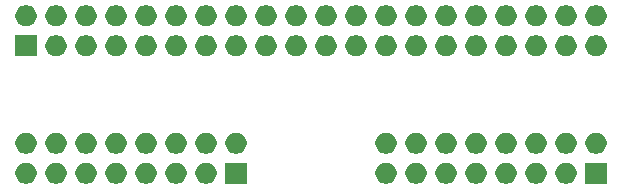
<source format=gbr>
G04 #@! TF.GenerationSoftware,KiCad,Pcbnew,(5.1.5)-3*
G04 #@! TF.CreationDate,2020-01-11T16:24:58-08:00*
G04 #@! TF.ProjectId,frame_corners,6672616d-655f-4636-9f72-6e6572732e6b,rev?*
G04 #@! TF.SameCoordinates,PXe8fce300PYe19b7798*
G04 #@! TF.FileFunction,Soldermask,Bot*
G04 #@! TF.FilePolarity,Negative*
%FSLAX46Y46*%
G04 Gerber Fmt 4.6, Leading zero omitted, Abs format (unit mm)*
G04 Created by KiCad (PCBNEW (5.1.5)-3) date 2020-01-11 16:24:58*
%MOMM*%
%LPD*%
G04 APERTURE LIST*
%ADD10C,0.100000*%
G04 APERTURE END LIST*
D10*
G36*
X51066000Y2909000D02*
G01*
X49264000Y2909000D01*
X49264000Y4711000D01*
X51066000Y4711000D01*
X51066000Y2909000D01*
G37*
G36*
X9638512Y4706073D02*
G01*
X9787812Y4676376D01*
X9951784Y4608456D01*
X10099354Y4509853D01*
X10224853Y4384354D01*
X10323456Y4236784D01*
X10391376Y4072812D01*
X10426000Y3898741D01*
X10426000Y3721259D01*
X10391376Y3547188D01*
X10323456Y3383216D01*
X10224853Y3235646D01*
X10099354Y3110147D01*
X9951784Y3011544D01*
X9787812Y2943624D01*
X9638512Y2913927D01*
X9613742Y2909000D01*
X9436258Y2909000D01*
X9411488Y2913927D01*
X9262188Y2943624D01*
X9098216Y3011544D01*
X8950646Y3110147D01*
X8825147Y3235646D01*
X8726544Y3383216D01*
X8658624Y3547188D01*
X8624000Y3721259D01*
X8624000Y3898741D01*
X8658624Y4072812D01*
X8726544Y4236784D01*
X8825147Y4384354D01*
X8950646Y4509853D01*
X9098216Y4608456D01*
X9262188Y4676376D01*
X9411488Y4706073D01*
X9436258Y4711000D01*
X9613742Y4711000D01*
X9638512Y4706073D01*
G37*
G36*
X20586000Y2909000D02*
G01*
X18784000Y2909000D01*
X18784000Y4711000D01*
X20586000Y4711000D01*
X20586000Y2909000D01*
G37*
G36*
X17258512Y4706073D02*
G01*
X17407812Y4676376D01*
X17571784Y4608456D01*
X17719354Y4509853D01*
X17844853Y4384354D01*
X17943456Y4236784D01*
X18011376Y4072812D01*
X18046000Y3898741D01*
X18046000Y3721259D01*
X18011376Y3547188D01*
X17943456Y3383216D01*
X17844853Y3235646D01*
X17719354Y3110147D01*
X17571784Y3011544D01*
X17407812Y2943624D01*
X17258512Y2913927D01*
X17233742Y2909000D01*
X17056258Y2909000D01*
X17031488Y2913927D01*
X16882188Y2943624D01*
X16718216Y3011544D01*
X16570646Y3110147D01*
X16445147Y3235646D01*
X16346544Y3383216D01*
X16278624Y3547188D01*
X16244000Y3721259D01*
X16244000Y3898741D01*
X16278624Y4072812D01*
X16346544Y4236784D01*
X16445147Y4384354D01*
X16570646Y4509853D01*
X16718216Y4608456D01*
X16882188Y4676376D01*
X17031488Y4706073D01*
X17056258Y4711000D01*
X17233742Y4711000D01*
X17258512Y4706073D01*
G37*
G36*
X14718512Y4706073D02*
G01*
X14867812Y4676376D01*
X15031784Y4608456D01*
X15179354Y4509853D01*
X15304853Y4384354D01*
X15403456Y4236784D01*
X15471376Y4072812D01*
X15506000Y3898741D01*
X15506000Y3721259D01*
X15471376Y3547188D01*
X15403456Y3383216D01*
X15304853Y3235646D01*
X15179354Y3110147D01*
X15031784Y3011544D01*
X14867812Y2943624D01*
X14718512Y2913927D01*
X14693742Y2909000D01*
X14516258Y2909000D01*
X14491488Y2913927D01*
X14342188Y2943624D01*
X14178216Y3011544D01*
X14030646Y3110147D01*
X13905147Y3235646D01*
X13806544Y3383216D01*
X13738624Y3547188D01*
X13704000Y3721259D01*
X13704000Y3898741D01*
X13738624Y4072812D01*
X13806544Y4236784D01*
X13905147Y4384354D01*
X14030646Y4509853D01*
X14178216Y4608456D01*
X14342188Y4676376D01*
X14491488Y4706073D01*
X14516258Y4711000D01*
X14693742Y4711000D01*
X14718512Y4706073D01*
G37*
G36*
X12178512Y4706073D02*
G01*
X12327812Y4676376D01*
X12491784Y4608456D01*
X12639354Y4509853D01*
X12764853Y4384354D01*
X12863456Y4236784D01*
X12931376Y4072812D01*
X12966000Y3898741D01*
X12966000Y3721259D01*
X12931376Y3547188D01*
X12863456Y3383216D01*
X12764853Y3235646D01*
X12639354Y3110147D01*
X12491784Y3011544D01*
X12327812Y2943624D01*
X12178512Y2913927D01*
X12153742Y2909000D01*
X11976258Y2909000D01*
X11951488Y2913927D01*
X11802188Y2943624D01*
X11638216Y3011544D01*
X11490646Y3110147D01*
X11365147Y3235646D01*
X11266544Y3383216D01*
X11198624Y3547188D01*
X11164000Y3721259D01*
X11164000Y3898741D01*
X11198624Y4072812D01*
X11266544Y4236784D01*
X11365147Y4384354D01*
X11490646Y4509853D01*
X11638216Y4608456D01*
X11802188Y4676376D01*
X11951488Y4706073D01*
X11976258Y4711000D01*
X12153742Y4711000D01*
X12178512Y4706073D01*
G37*
G36*
X7098512Y4706073D02*
G01*
X7247812Y4676376D01*
X7411784Y4608456D01*
X7559354Y4509853D01*
X7684853Y4384354D01*
X7783456Y4236784D01*
X7851376Y4072812D01*
X7886000Y3898741D01*
X7886000Y3721259D01*
X7851376Y3547188D01*
X7783456Y3383216D01*
X7684853Y3235646D01*
X7559354Y3110147D01*
X7411784Y3011544D01*
X7247812Y2943624D01*
X7098512Y2913927D01*
X7073742Y2909000D01*
X6896258Y2909000D01*
X6871488Y2913927D01*
X6722188Y2943624D01*
X6558216Y3011544D01*
X6410646Y3110147D01*
X6285147Y3235646D01*
X6186544Y3383216D01*
X6118624Y3547188D01*
X6084000Y3721259D01*
X6084000Y3898741D01*
X6118624Y4072812D01*
X6186544Y4236784D01*
X6285147Y4384354D01*
X6410646Y4509853D01*
X6558216Y4608456D01*
X6722188Y4676376D01*
X6871488Y4706073D01*
X6896258Y4711000D01*
X7073742Y4711000D01*
X7098512Y4706073D01*
G37*
G36*
X4558512Y4706073D02*
G01*
X4707812Y4676376D01*
X4871784Y4608456D01*
X5019354Y4509853D01*
X5144853Y4384354D01*
X5243456Y4236784D01*
X5311376Y4072812D01*
X5346000Y3898741D01*
X5346000Y3721259D01*
X5311376Y3547188D01*
X5243456Y3383216D01*
X5144853Y3235646D01*
X5019354Y3110147D01*
X4871784Y3011544D01*
X4707812Y2943624D01*
X4558512Y2913927D01*
X4533742Y2909000D01*
X4356258Y2909000D01*
X4331488Y2913927D01*
X4182188Y2943624D01*
X4018216Y3011544D01*
X3870646Y3110147D01*
X3745147Y3235646D01*
X3646544Y3383216D01*
X3578624Y3547188D01*
X3544000Y3721259D01*
X3544000Y3898741D01*
X3578624Y4072812D01*
X3646544Y4236784D01*
X3745147Y4384354D01*
X3870646Y4509853D01*
X4018216Y4608456D01*
X4182188Y4676376D01*
X4331488Y4706073D01*
X4356258Y4711000D01*
X4533742Y4711000D01*
X4558512Y4706073D01*
G37*
G36*
X2018512Y4706073D02*
G01*
X2167812Y4676376D01*
X2331784Y4608456D01*
X2479354Y4509853D01*
X2604853Y4384354D01*
X2703456Y4236784D01*
X2771376Y4072812D01*
X2806000Y3898741D01*
X2806000Y3721259D01*
X2771376Y3547188D01*
X2703456Y3383216D01*
X2604853Y3235646D01*
X2479354Y3110147D01*
X2331784Y3011544D01*
X2167812Y2943624D01*
X2018512Y2913927D01*
X1993742Y2909000D01*
X1816258Y2909000D01*
X1791488Y2913927D01*
X1642188Y2943624D01*
X1478216Y3011544D01*
X1330646Y3110147D01*
X1205147Y3235646D01*
X1106544Y3383216D01*
X1038624Y3547188D01*
X1004000Y3721259D01*
X1004000Y3898741D01*
X1038624Y4072812D01*
X1106544Y4236784D01*
X1205147Y4384354D01*
X1330646Y4509853D01*
X1478216Y4608456D01*
X1642188Y4676376D01*
X1791488Y4706073D01*
X1816258Y4711000D01*
X1993742Y4711000D01*
X2018512Y4706073D01*
G37*
G36*
X47738512Y4706073D02*
G01*
X47887812Y4676376D01*
X48051784Y4608456D01*
X48199354Y4509853D01*
X48324853Y4384354D01*
X48423456Y4236784D01*
X48491376Y4072812D01*
X48526000Y3898741D01*
X48526000Y3721259D01*
X48491376Y3547188D01*
X48423456Y3383216D01*
X48324853Y3235646D01*
X48199354Y3110147D01*
X48051784Y3011544D01*
X47887812Y2943624D01*
X47738512Y2913927D01*
X47713742Y2909000D01*
X47536258Y2909000D01*
X47511488Y2913927D01*
X47362188Y2943624D01*
X47198216Y3011544D01*
X47050646Y3110147D01*
X46925147Y3235646D01*
X46826544Y3383216D01*
X46758624Y3547188D01*
X46724000Y3721259D01*
X46724000Y3898741D01*
X46758624Y4072812D01*
X46826544Y4236784D01*
X46925147Y4384354D01*
X47050646Y4509853D01*
X47198216Y4608456D01*
X47362188Y4676376D01*
X47511488Y4706073D01*
X47536258Y4711000D01*
X47713742Y4711000D01*
X47738512Y4706073D01*
G37*
G36*
X45198512Y4706073D02*
G01*
X45347812Y4676376D01*
X45511784Y4608456D01*
X45659354Y4509853D01*
X45784853Y4384354D01*
X45883456Y4236784D01*
X45951376Y4072812D01*
X45986000Y3898741D01*
X45986000Y3721259D01*
X45951376Y3547188D01*
X45883456Y3383216D01*
X45784853Y3235646D01*
X45659354Y3110147D01*
X45511784Y3011544D01*
X45347812Y2943624D01*
X45198512Y2913927D01*
X45173742Y2909000D01*
X44996258Y2909000D01*
X44971488Y2913927D01*
X44822188Y2943624D01*
X44658216Y3011544D01*
X44510646Y3110147D01*
X44385147Y3235646D01*
X44286544Y3383216D01*
X44218624Y3547188D01*
X44184000Y3721259D01*
X44184000Y3898741D01*
X44218624Y4072812D01*
X44286544Y4236784D01*
X44385147Y4384354D01*
X44510646Y4509853D01*
X44658216Y4608456D01*
X44822188Y4676376D01*
X44971488Y4706073D01*
X44996258Y4711000D01*
X45173742Y4711000D01*
X45198512Y4706073D01*
G37*
G36*
X42658512Y4706073D02*
G01*
X42807812Y4676376D01*
X42971784Y4608456D01*
X43119354Y4509853D01*
X43244853Y4384354D01*
X43343456Y4236784D01*
X43411376Y4072812D01*
X43446000Y3898741D01*
X43446000Y3721259D01*
X43411376Y3547188D01*
X43343456Y3383216D01*
X43244853Y3235646D01*
X43119354Y3110147D01*
X42971784Y3011544D01*
X42807812Y2943624D01*
X42658512Y2913927D01*
X42633742Y2909000D01*
X42456258Y2909000D01*
X42431488Y2913927D01*
X42282188Y2943624D01*
X42118216Y3011544D01*
X41970646Y3110147D01*
X41845147Y3235646D01*
X41746544Y3383216D01*
X41678624Y3547188D01*
X41644000Y3721259D01*
X41644000Y3898741D01*
X41678624Y4072812D01*
X41746544Y4236784D01*
X41845147Y4384354D01*
X41970646Y4509853D01*
X42118216Y4608456D01*
X42282188Y4676376D01*
X42431488Y4706073D01*
X42456258Y4711000D01*
X42633742Y4711000D01*
X42658512Y4706073D01*
G37*
G36*
X40118512Y4706073D02*
G01*
X40267812Y4676376D01*
X40431784Y4608456D01*
X40579354Y4509853D01*
X40704853Y4384354D01*
X40803456Y4236784D01*
X40871376Y4072812D01*
X40906000Y3898741D01*
X40906000Y3721259D01*
X40871376Y3547188D01*
X40803456Y3383216D01*
X40704853Y3235646D01*
X40579354Y3110147D01*
X40431784Y3011544D01*
X40267812Y2943624D01*
X40118512Y2913927D01*
X40093742Y2909000D01*
X39916258Y2909000D01*
X39891488Y2913927D01*
X39742188Y2943624D01*
X39578216Y3011544D01*
X39430646Y3110147D01*
X39305147Y3235646D01*
X39206544Y3383216D01*
X39138624Y3547188D01*
X39104000Y3721259D01*
X39104000Y3898741D01*
X39138624Y4072812D01*
X39206544Y4236784D01*
X39305147Y4384354D01*
X39430646Y4509853D01*
X39578216Y4608456D01*
X39742188Y4676376D01*
X39891488Y4706073D01*
X39916258Y4711000D01*
X40093742Y4711000D01*
X40118512Y4706073D01*
G37*
G36*
X37578512Y4706073D02*
G01*
X37727812Y4676376D01*
X37891784Y4608456D01*
X38039354Y4509853D01*
X38164853Y4384354D01*
X38263456Y4236784D01*
X38331376Y4072812D01*
X38366000Y3898741D01*
X38366000Y3721259D01*
X38331376Y3547188D01*
X38263456Y3383216D01*
X38164853Y3235646D01*
X38039354Y3110147D01*
X37891784Y3011544D01*
X37727812Y2943624D01*
X37578512Y2913927D01*
X37553742Y2909000D01*
X37376258Y2909000D01*
X37351488Y2913927D01*
X37202188Y2943624D01*
X37038216Y3011544D01*
X36890646Y3110147D01*
X36765147Y3235646D01*
X36666544Y3383216D01*
X36598624Y3547188D01*
X36564000Y3721259D01*
X36564000Y3898741D01*
X36598624Y4072812D01*
X36666544Y4236784D01*
X36765147Y4384354D01*
X36890646Y4509853D01*
X37038216Y4608456D01*
X37202188Y4676376D01*
X37351488Y4706073D01*
X37376258Y4711000D01*
X37553742Y4711000D01*
X37578512Y4706073D01*
G37*
G36*
X35038512Y4706073D02*
G01*
X35187812Y4676376D01*
X35351784Y4608456D01*
X35499354Y4509853D01*
X35624853Y4384354D01*
X35723456Y4236784D01*
X35791376Y4072812D01*
X35826000Y3898741D01*
X35826000Y3721259D01*
X35791376Y3547188D01*
X35723456Y3383216D01*
X35624853Y3235646D01*
X35499354Y3110147D01*
X35351784Y3011544D01*
X35187812Y2943624D01*
X35038512Y2913927D01*
X35013742Y2909000D01*
X34836258Y2909000D01*
X34811488Y2913927D01*
X34662188Y2943624D01*
X34498216Y3011544D01*
X34350646Y3110147D01*
X34225147Y3235646D01*
X34126544Y3383216D01*
X34058624Y3547188D01*
X34024000Y3721259D01*
X34024000Y3898741D01*
X34058624Y4072812D01*
X34126544Y4236784D01*
X34225147Y4384354D01*
X34350646Y4509853D01*
X34498216Y4608456D01*
X34662188Y4676376D01*
X34811488Y4706073D01*
X34836258Y4711000D01*
X35013742Y4711000D01*
X35038512Y4706073D01*
G37*
G36*
X32498512Y4706073D02*
G01*
X32647812Y4676376D01*
X32811784Y4608456D01*
X32959354Y4509853D01*
X33084853Y4384354D01*
X33183456Y4236784D01*
X33251376Y4072812D01*
X33286000Y3898741D01*
X33286000Y3721259D01*
X33251376Y3547188D01*
X33183456Y3383216D01*
X33084853Y3235646D01*
X32959354Y3110147D01*
X32811784Y3011544D01*
X32647812Y2943624D01*
X32498512Y2913927D01*
X32473742Y2909000D01*
X32296258Y2909000D01*
X32271488Y2913927D01*
X32122188Y2943624D01*
X31958216Y3011544D01*
X31810646Y3110147D01*
X31685147Y3235646D01*
X31586544Y3383216D01*
X31518624Y3547188D01*
X31484000Y3721259D01*
X31484000Y3898741D01*
X31518624Y4072812D01*
X31586544Y4236784D01*
X31685147Y4384354D01*
X31810646Y4509853D01*
X31958216Y4608456D01*
X32122188Y4676376D01*
X32271488Y4706073D01*
X32296258Y4711000D01*
X32473742Y4711000D01*
X32498512Y4706073D01*
G37*
G36*
X40118512Y7246073D02*
G01*
X40267812Y7216376D01*
X40431784Y7148456D01*
X40579354Y7049853D01*
X40704853Y6924354D01*
X40803456Y6776784D01*
X40871376Y6612812D01*
X40906000Y6438741D01*
X40906000Y6261259D01*
X40871376Y6087188D01*
X40803456Y5923216D01*
X40704853Y5775646D01*
X40579354Y5650147D01*
X40431784Y5551544D01*
X40267812Y5483624D01*
X40118512Y5453927D01*
X40093742Y5449000D01*
X39916258Y5449000D01*
X39891488Y5453927D01*
X39742188Y5483624D01*
X39578216Y5551544D01*
X39430646Y5650147D01*
X39305147Y5775646D01*
X39206544Y5923216D01*
X39138624Y6087188D01*
X39104000Y6261259D01*
X39104000Y6438741D01*
X39138624Y6612812D01*
X39206544Y6776784D01*
X39305147Y6924354D01*
X39430646Y7049853D01*
X39578216Y7148456D01*
X39742188Y7216376D01*
X39891488Y7246073D01*
X39916258Y7251000D01*
X40093742Y7251000D01*
X40118512Y7246073D01*
G37*
G36*
X4558512Y7246073D02*
G01*
X4707812Y7216376D01*
X4871784Y7148456D01*
X5019354Y7049853D01*
X5144853Y6924354D01*
X5243456Y6776784D01*
X5311376Y6612812D01*
X5346000Y6438741D01*
X5346000Y6261259D01*
X5311376Y6087188D01*
X5243456Y5923216D01*
X5144853Y5775646D01*
X5019354Y5650147D01*
X4871784Y5551544D01*
X4707812Y5483624D01*
X4558512Y5453927D01*
X4533742Y5449000D01*
X4356258Y5449000D01*
X4331488Y5453927D01*
X4182188Y5483624D01*
X4018216Y5551544D01*
X3870646Y5650147D01*
X3745147Y5775646D01*
X3646544Y5923216D01*
X3578624Y6087188D01*
X3544000Y6261259D01*
X3544000Y6438741D01*
X3578624Y6612812D01*
X3646544Y6776784D01*
X3745147Y6924354D01*
X3870646Y7049853D01*
X4018216Y7148456D01*
X4182188Y7216376D01*
X4331488Y7246073D01*
X4356258Y7251000D01*
X4533742Y7251000D01*
X4558512Y7246073D01*
G37*
G36*
X2018512Y7246073D02*
G01*
X2167812Y7216376D01*
X2331784Y7148456D01*
X2479354Y7049853D01*
X2604853Y6924354D01*
X2703456Y6776784D01*
X2771376Y6612812D01*
X2806000Y6438741D01*
X2806000Y6261259D01*
X2771376Y6087188D01*
X2703456Y5923216D01*
X2604853Y5775646D01*
X2479354Y5650147D01*
X2331784Y5551544D01*
X2167812Y5483624D01*
X2018512Y5453927D01*
X1993742Y5449000D01*
X1816258Y5449000D01*
X1791488Y5453927D01*
X1642188Y5483624D01*
X1478216Y5551544D01*
X1330646Y5650147D01*
X1205147Y5775646D01*
X1106544Y5923216D01*
X1038624Y6087188D01*
X1004000Y6261259D01*
X1004000Y6438741D01*
X1038624Y6612812D01*
X1106544Y6776784D01*
X1205147Y6924354D01*
X1330646Y7049853D01*
X1478216Y7148456D01*
X1642188Y7216376D01*
X1791488Y7246073D01*
X1816258Y7251000D01*
X1993742Y7251000D01*
X2018512Y7246073D01*
G37*
G36*
X9638512Y7246073D02*
G01*
X9787812Y7216376D01*
X9951784Y7148456D01*
X10099354Y7049853D01*
X10224853Y6924354D01*
X10323456Y6776784D01*
X10391376Y6612812D01*
X10426000Y6438741D01*
X10426000Y6261259D01*
X10391376Y6087188D01*
X10323456Y5923216D01*
X10224853Y5775646D01*
X10099354Y5650147D01*
X9951784Y5551544D01*
X9787812Y5483624D01*
X9638512Y5453927D01*
X9613742Y5449000D01*
X9436258Y5449000D01*
X9411488Y5453927D01*
X9262188Y5483624D01*
X9098216Y5551544D01*
X8950646Y5650147D01*
X8825147Y5775646D01*
X8726544Y5923216D01*
X8658624Y6087188D01*
X8624000Y6261259D01*
X8624000Y6438741D01*
X8658624Y6612812D01*
X8726544Y6776784D01*
X8825147Y6924354D01*
X8950646Y7049853D01*
X9098216Y7148456D01*
X9262188Y7216376D01*
X9411488Y7246073D01*
X9436258Y7251000D01*
X9613742Y7251000D01*
X9638512Y7246073D01*
G37*
G36*
X50278512Y7246073D02*
G01*
X50427812Y7216376D01*
X50591784Y7148456D01*
X50739354Y7049853D01*
X50864853Y6924354D01*
X50963456Y6776784D01*
X51031376Y6612812D01*
X51066000Y6438741D01*
X51066000Y6261259D01*
X51031376Y6087188D01*
X50963456Y5923216D01*
X50864853Y5775646D01*
X50739354Y5650147D01*
X50591784Y5551544D01*
X50427812Y5483624D01*
X50278512Y5453927D01*
X50253742Y5449000D01*
X50076258Y5449000D01*
X50051488Y5453927D01*
X49902188Y5483624D01*
X49738216Y5551544D01*
X49590646Y5650147D01*
X49465147Y5775646D01*
X49366544Y5923216D01*
X49298624Y6087188D01*
X49264000Y6261259D01*
X49264000Y6438741D01*
X49298624Y6612812D01*
X49366544Y6776784D01*
X49465147Y6924354D01*
X49590646Y7049853D01*
X49738216Y7148456D01*
X49902188Y7216376D01*
X50051488Y7246073D01*
X50076258Y7251000D01*
X50253742Y7251000D01*
X50278512Y7246073D01*
G37*
G36*
X32498512Y7246073D02*
G01*
X32647812Y7216376D01*
X32811784Y7148456D01*
X32959354Y7049853D01*
X33084853Y6924354D01*
X33183456Y6776784D01*
X33251376Y6612812D01*
X33286000Y6438741D01*
X33286000Y6261259D01*
X33251376Y6087188D01*
X33183456Y5923216D01*
X33084853Y5775646D01*
X32959354Y5650147D01*
X32811784Y5551544D01*
X32647812Y5483624D01*
X32498512Y5453927D01*
X32473742Y5449000D01*
X32296258Y5449000D01*
X32271488Y5453927D01*
X32122188Y5483624D01*
X31958216Y5551544D01*
X31810646Y5650147D01*
X31685147Y5775646D01*
X31586544Y5923216D01*
X31518624Y6087188D01*
X31484000Y6261259D01*
X31484000Y6438741D01*
X31518624Y6612812D01*
X31586544Y6776784D01*
X31685147Y6924354D01*
X31810646Y7049853D01*
X31958216Y7148456D01*
X32122188Y7216376D01*
X32271488Y7246073D01*
X32296258Y7251000D01*
X32473742Y7251000D01*
X32498512Y7246073D01*
G37*
G36*
X47738512Y7246073D02*
G01*
X47887812Y7216376D01*
X48051784Y7148456D01*
X48199354Y7049853D01*
X48324853Y6924354D01*
X48423456Y6776784D01*
X48491376Y6612812D01*
X48526000Y6438741D01*
X48526000Y6261259D01*
X48491376Y6087188D01*
X48423456Y5923216D01*
X48324853Y5775646D01*
X48199354Y5650147D01*
X48051784Y5551544D01*
X47887812Y5483624D01*
X47738512Y5453927D01*
X47713742Y5449000D01*
X47536258Y5449000D01*
X47511488Y5453927D01*
X47362188Y5483624D01*
X47198216Y5551544D01*
X47050646Y5650147D01*
X46925147Y5775646D01*
X46826544Y5923216D01*
X46758624Y6087188D01*
X46724000Y6261259D01*
X46724000Y6438741D01*
X46758624Y6612812D01*
X46826544Y6776784D01*
X46925147Y6924354D01*
X47050646Y7049853D01*
X47198216Y7148456D01*
X47362188Y7216376D01*
X47511488Y7246073D01*
X47536258Y7251000D01*
X47713742Y7251000D01*
X47738512Y7246073D01*
G37*
G36*
X12178512Y7246073D02*
G01*
X12327812Y7216376D01*
X12491784Y7148456D01*
X12639354Y7049853D01*
X12764853Y6924354D01*
X12863456Y6776784D01*
X12931376Y6612812D01*
X12966000Y6438741D01*
X12966000Y6261259D01*
X12931376Y6087188D01*
X12863456Y5923216D01*
X12764853Y5775646D01*
X12639354Y5650147D01*
X12491784Y5551544D01*
X12327812Y5483624D01*
X12178512Y5453927D01*
X12153742Y5449000D01*
X11976258Y5449000D01*
X11951488Y5453927D01*
X11802188Y5483624D01*
X11638216Y5551544D01*
X11490646Y5650147D01*
X11365147Y5775646D01*
X11266544Y5923216D01*
X11198624Y6087188D01*
X11164000Y6261259D01*
X11164000Y6438741D01*
X11198624Y6612812D01*
X11266544Y6776784D01*
X11365147Y6924354D01*
X11490646Y7049853D01*
X11638216Y7148456D01*
X11802188Y7216376D01*
X11951488Y7246073D01*
X11976258Y7251000D01*
X12153742Y7251000D01*
X12178512Y7246073D01*
G37*
G36*
X42658512Y7246073D02*
G01*
X42807812Y7216376D01*
X42971784Y7148456D01*
X43119354Y7049853D01*
X43244853Y6924354D01*
X43343456Y6776784D01*
X43411376Y6612812D01*
X43446000Y6438741D01*
X43446000Y6261259D01*
X43411376Y6087188D01*
X43343456Y5923216D01*
X43244853Y5775646D01*
X43119354Y5650147D01*
X42971784Y5551544D01*
X42807812Y5483624D01*
X42658512Y5453927D01*
X42633742Y5449000D01*
X42456258Y5449000D01*
X42431488Y5453927D01*
X42282188Y5483624D01*
X42118216Y5551544D01*
X41970646Y5650147D01*
X41845147Y5775646D01*
X41746544Y5923216D01*
X41678624Y6087188D01*
X41644000Y6261259D01*
X41644000Y6438741D01*
X41678624Y6612812D01*
X41746544Y6776784D01*
X41845147Y6924354D01*
X41970646Y7049853D01*
X42118216Y7148456D01*
X42282188Y7216376D01*
X42431488Y7246073D01*
X42456258Y7251000D01*
X42633742Y7251000D01*
X42658512Y7246073D01*
G37*
G36*
X14718512Y7246073D02*
G01*
X14867812Y7216376D01*
X15031784Y7148456D01*
X15179354Y7049853D01*
X15304853Y6924354D01*
X15403456Y6776784D01*
X15471376Y6612812D01*
X15506000Y6438741D01*
X15506000Y6261259D01*
X15471376Y6087188D01*
X15403456Y5923216D01*
X15304853Y5775646D01*
X15179354Y5650147D01*
X15031784Y5551544D01*
X14867812Y5483624D01*
X14718512Y5453927D01*
X14693742Y5449000D01*
X14516258Y5449000D01*
X14491488Y5453927D01*
X14342188Y5483624D01*
X14178216Y5551544D01*
X14030646Y5650147D01*
X13905147Y5775646D01*
X13806544Y5923216D01*
X13738624Y6087188D01*
X13704000Y6261259D01*
X13704000Y6438741D01*
X13738624Y6612812D01*
X13806544Y6776784D01*
X13905147Y6924354D01*
X14030646Y7049853D01*
X14178216Y7148456D01*
X14342188Y7216376D01*
X14491488Y7246073D01*
X14516258Y7251000D01*
X14693742Y7251000D01*
X14718512Y7246073D01*
G37*
G36*
X45198512Y7246073D02*
G01*
X45347812Y7216376D01*
X45511784Y7148456D01*
X45659354Y7049853D01*
X45784853Y6924354D01*
X45883456Y6776784D01*
X45951376Y6612812D01*
X45986000Y6438741D01*
X45986000Y6261259D01*
X45951376Y6087188D01*
X45883456Y5923216D01*
X45784853Y5775646D01*
X45659354Y5650147D01*
X45511784Y5551544D01*
X45347812Y5483624D01*
X45198512Y5453927D01*
X45173742Y5449000D01*
X44996258Y5449000D01*
X44971488Y5453927D01*
X44822188Y5483624D01*
X44658216Y5551544D01*
X44510646Y5650147D01*
X44385147Y5775646D01*
X44286544Y5923216D01*
X44218624Y6087188D01*
X44184000Y6261259D01*
X44184000Y6438741D01*
X44218624Y6612812D01*
X44286544Y6776784D01*
X44385147Y6924354D01*
X44510646Y7049853D01*
X44658216Y7148456D01*
X44822188Y7216376D01*
X44971488Y7246073D01*
X44996258Y7251000D01*
X45173742Y7251000D01*
X45198512Y7246073D01*
G37*
G36*
X37578512Y7246073D02*
G01*
X37727812Y7216376D01*
X37891784Y7148456D01*
X38039354Y7049853D01*
X38164853Y6924354D01*
X38263456Y6776784D01*
X38331376Y6612812D01*
X38366000Y6438741D01*
X38366000Y6261259D01*
X38331376Y6087188D01*
X38263456Y5923216D01*
X38164853Y5775646D01*
X38039354Y5650147D01*
X37891784Y5551544D01*
X37727812Y5483624D01*
X37578512Y5453927D01*
X37553742Y5449000D01*
X37376258Y5449000D01*
X37351488Y5453927D01*
X37202188Y5483624D01*
X37038216Y5551544D01*
X36890646Y5650147D01*
X36765147Y5775646D01*
X36666544Y5923216D01*
X36598624Y6087188D01*
X36564000Y6261259D01*
X36564000Y6438741D01*
X36598624Y6612812D01*
X36666544Y6776784D01*
X36765147Y6924354D01*
X36890646Y7049853D01*
X37038216Y7148456D01*
X37202188Y7216376D01*
X37351488Y7246073D01*
X37376258Y7251000D01*
X37553742Y7251000D01*
X37578512Y7246073D01*
G37*
G36*
X17258512Y7246073D02*
G01*
X17407812Y7216376D01*
X17571784Y7148456D01*
X17719354Y7049853D01*
X17844853Y6924354D01*
X17943456Y6776784D01*
X18011376Y6612812D01*
X18046000Y6438741D01*
X18046000Y6261259D01*
X18011376Y6087188D01*
X17943456Y5923216D01*
X17844853Y5775646D01*
X17719354Y5650147D01*
X17571784Y5551544D01*
X17407812Y5483624D01*
X17258512Y5453927D01*
X17233742Y5449000D01*
X17056258Y5449000D01*
X17031488Y5453927D01*
X16882188Y5483624D01*
X16718216Y5551544D01*
X16570646Y5650147D01*
X16445147Y5775646D01*
X16346544Y5923216D01*
X16278624Y6087188D01*
X16244000Y6261259D01*
X16244000Y6438741D01*
X16278624Y6612812D01*
X16346544Y6776784D01*
X16445147Y6924354D01*
X16570646Y7049853D01*
X16718216Y7148456D01*
X16882188Y7216376D01*
X17031488Y7246073D01*
X17056258Y7251000D01*
X17233742Y7251000D01*
X17258512Y7246073D01*
G37*
G36*
X35038512Y7246073D02*
G01*
X35187812Y7216376D01*
X35351784Y7148456D01*
X35499354Y7049853D01*
X35624853Y6924354D01*
X35723456Y6776784D01*
X35791376Y6612812D01*
X35826000Y6438741D01*
X35826000Y6261259D01*
X35791376Y6087188D01*
X35723456Y5923216D01*
X35624853Y5775646D01*
X35499354Y5650147D01*
X35351784Y5551544D01*
X35187812Y5483624D01*
X35038512Y5453927D01*
X35013742Y5449000D01*
X34836258Y5449000D01*
X34811488Y5453927D01*
X34662188Y5483624D01*
X34498216Y5551544D01*
X34350646Y5650147D01*
X34225147Y5775646D01*
X34126544Y5923216D01*
X34058624Y6087188D01*
X34024000Y6261259D01*
X34024000Y6438741D01*
X34058624Y6612812D01*
X34126544Y6776784D01*
X34225147Y6924354D01*
X34350646Y7049853D01*
X34498216Y7148456D01*
X34662188Y7216376D01*
X34811488Y7246073D01*
X34836258Y7251000D01*
X35013742Y7251000D01*
X35038512Y7246073D01*
G37*
G36*
X7098512Y7246073D02*
G01*
X7247812Y7216376D01*
X7411784Y7148456D01*
X7559354Y7049853D01*
X7684853Y6924354D01*
X7783456Y6776784D01*
X7851376Y6612812D01*
X7886000Y6438741D01*
X7886000Y6261259D01*
X7851376Y6087188D01*
X7783456Y5923216D01*
X7684853Y5775646D01*
X7559354Y5650147D01*
X7411784Y5551544D01*
X7247812Y5483624D01*
X7098512Y5453927D01*
X7073742Y5449000D01*
X6896258Y5449000D01*
X6871488Y5453927D01*
X6722188Y5483624D01*
X6558216Y5551544D01*
X6410646Y5650147D01*
X6285147Y5775646D01*
X6186544Y5923216D01*
X6118624Y6087188D01*
X6084000Y6261259D01*
X6084000Y6438741D01*
X6118624Y6612812D01*
X6186544Y6776784D01*
X6285147Y6924354D01*
X6410646Y7049853D01*
X6558216Y7148456D01*
X6722188Y7216376D01*
X6871488Y7246073D01*
X6896258Y7251000D01*
X7073742Y7251000D01*
X7098512Y7246073D01*
G37*
G36*
X19798512Y7246073D02*
G01*
X19947812Y7216376D01*
X20111784Y7148456D01*
X20259354Y7049853D01*
X20384853Y6924354D01*
X20483456Y6776784D01*
X20551376Y6612812D01*
X20586000Y6438741D01*
X20586000Y6261259D01*
X20551376Y6087188D01*
X20483456Y5923216D01*
X20384853Y5775646D01*
X20259354Y5650147D01*
X20111784Y5551544D01*
X19947812Y5483624D01*
X19798512Y5453927D01*
X19773742Y5449000D01*
X19596258Y5449000D01*
X19571488Y5453927D01*
X19422188Y5483624D01*
X19258216Y5551544D01*
X19110646Y5650147D01*
X18985147Y5775646D01*
X18886544Y5923216D01*
X18818624Y6087188D01*
X18784000Y6261259D01*
X18784000Y6438741D01*
X18818624Y6612812D01*
X18886544Y6776784D01*
X18985147Y6924354D01*
X19110646Y7049853D01*
X19258216Y7148456D01*
X19422188Y7216376D01*
X19571488Y7246073D01*
X19596258Y7251000D01*
X19773742Y7251000D01*
X19798512Y7246073D01*
G37*
G36*
X2806000Y13704000D02*
G01*
X1004000Y13704000D01*
X1004000Y15506000D01*
X2806000Y15506000D01*
X2806000Y13704000D01*
G37*
G36*
X27418512Y15501073D02*
G01*
X27567812Y15471376D01*
X27731784Y15403456D01*
X27879354Y15304853D01*
X28004853Y15179354D01*
X28103456Y15031784D01*
X28171376Y14867812D01*
X28206000Y14693741D01*
X28206000Y14516259D01*
X28171376Y14342188D01*
X28103456Y14178216D01*
X28004853Y14030646D01*
X27879354Y13905147D01*
X27731784Y13806544D01*
X27567812Y13738624D01*
X27418512Y13708927D01*
X27393742Y13704000D01*
X27216258Y13704000D01*
X27191488Y13708927D01*
X27042188Y13738624D01*
X26878216Y13806544D01*
X26730646Y13905147D01*
X26605147Y14030646D01*
X26506544Y14178216D01*
X26438624Y14342188D01*
X26404000Y14516259D01*
X26404000Y14693741D01*
X26438624Y14867812D01*
X26506544Y15031784D01*
X26605147Y15179354D01*
X26730646Y15304853D01*
X26878216Y15403456D01*
X27042188Y15471376D01*
X27191488Y15501073D01*
X27216258Y15506000D01*
X27393742Y15506000D01*
X27418512Y15501073D01*
G37*
G36*
X29958512Y15501073D02*
G01*
X30107812Y15471376D01*
X30271784Y15403456D01*
X30419354Y15304853D01*
X30544853Y15179354D01*
X30643456Y15031784D01*
X30711376Y14867812D01*
X30746000Y14693741D01*
X30746000Y14516259D01*
X30711376Y14342188D01*
X30643456Y14178216D01*
X30544853Y14030646D01*
X30419354Y13905147D01*
X30271784Y13806544D01*
X30107812Y13738624D01*
X29958512Y13708927D01*
X29933742Y13704000D01*
X29756258Y13704000D01*
X29731488Y13708927D01*
X29582188Y13738624D01*
X29418216Y13806544D01*
X29270646Y13905147D01*
X29145147Y14030646D01*
X29046544Y14178216D01*
X28978624Y14342188D01*
X28944000Y14516259D01*
X28944000Y14693741D01*
X28978624Y14867812D01*
X29046544Y15031784D01*
X29145147Y15179354D01*
X29270646Y15304853D01*
X29418216Y15403456D01*
X29582188Y15471376D01*
X29731488Y15501073D01*
X29756258Y15506000D01*
X29933742Y15506000D01*
X29958512Y15501073D01*
G37*
G36*
X32498512Y15501073D02*
G01*
X32647812Y15471376D01*
X32811784Y15403456D01*
X32959354Y15304853D01*
X33084853Y15179354D01*
X33183456Y15031784D01*
X33251376Y14867812D01*
X33286000Y14693741D01*
X33286000Y14516259D01*
X33251376Y14342188D01*
X33183456Y14178216D01*
X33084853Y14030646D01*
X32959354Y13905147D01*
X32811784Y13806544D01*
X32647812Y13738624D01*
X32498512Y13708927D01*
X32473742Y13704000D01*
X32296258Y13704000D01*
X32271488Y13708927D01*
X32122188Y13738624D01*
X31958216Y13806544D01*
X31810646Y13905147D01*
X31685147Y14030646D01*
X31586544Y14178216D01*
X31518624Y14342188D01*
X31484000Y14516259D01*
X31484000Y14693741D01*
X31518624Y14867812D01*
X31586544Y15031784D01*
X31685147Y15179354D01*
X31810646Y15304853D01*
X31958216Y15403456D01*
X32122188Y15471376D01*
X32271488Y15501073D01*
X32296258Y15506000D01*
X32473742Y15506000D01*
X32498512Y15501073D01*
G37*
G36*
X35038512Y15501073D02*
G01*
X35187812Y15471376D01*
X35351784Y15403456D01*
X35499354Y15304853D01*
X35624853Y15179354D01*
X35723456Y15031784D01*
X35791376Y14867812D01*
X35826000Y14693741D01*
X35826000Y14516259D01*
X35791376Y14342188D01*
X35723456Y14178216D01*
X35624853Y14030646D01*
X35499354Y13905147D01*
X35351784Y13806544D01*
X35187812Y13738624D01*
X35038512Y13708927D01*
X35013742Y13704000D01*
X34836258Y13704000D01*
X34811488Y13708927D01*
X34662188Y13738624D01*
X34498216Y13806544D01*
X34350646Y13905147D01*
X34225147Y14030646D01*
X34126544Y14178216D01*
X34058624Y14342188D01*
X34024000Y14516259D01*
X34024000Y14693741D01*
X34058624Y14867812D01*
X34126544Y15031784D01*
X34225147Y15179354D01*
X34350646Y15304853D01*
X34498216Y15403456D01*
X34662188Y15471376D01*
X34811488Y15501073D01*
X34836258Y15506000D01*
X35013742Y15506000D01*
X35038512Y15501073D01*
G37*
G36*
X37578512Y15501073D02*
G01*
X37727812Y15471376D01*
X37891784Y15403456D01*
X38039354Y15304853D01*
X38164853Y15179354D01*
X38263456Y15031784D01*
X38331376Y14867812D01*
X38366000Y14693741D01*
X38366000Y14516259D01*
X38331376Y14342188D01*
X38263456Y14178216D01*
X38164853Y14030646D01*
X38039354Y13905147D01*
X37891784Y13806544D01*
X37727812Y13738624D01*
X37578512Y13708927D01*
X37553742Y13704000D01*
X37376258Y13704000D01*
X37351488Y13708927D01*
X37202188Y13738624D01*
X37038216Y13806544D01*
X36890646Y13905147D01*
X36765147Y14030646D01*
X36666544Y14178216D01*
X36598624Y14342188D01*
X36564000Y14516259D01*
X36564000Y14693741D01*
X36598624Y14867812D01*
X36666544Y15031784D01*
X36765147Y15179354D01*
X36890646Y15304853D01*
X37038216Y15403456D01*
X37202188Y15471376D01*
X37351488Y15501073D01*
X37376258Y15506000D01*
X37553742Y15506000D01*
X37578512Y15501073D01*
G37*
G36*
X40118512Y15501073D02*
G01*
X40267812Y15471376D01*
X40431784Y15403456D01*
X40579354Y15304853D01*
X40704853Y15179354D01*
X40803456Y15031784D01*
X40871376Y14867812D01*
X40906000Y14693741D01*
X40906000Y14516259D01*
X40871376Y14342188D01*
X40803456Y14178216D01*
X40704853Y14030646D01*
X40579354Y13905147D01*
X40431784Y13806544D01*
X40267812Y13738624D01*
X40118512Y13708927D01*
X40093742Y13704000D01*
X39916258Y13704000D01*
X39891488Y13708927D01*
X39742188Y13738624D01*
X39578216Y13806544D01*
X39430646Y13905147D01*
X39305147Y14030646D01*
X39206544Y14178216D01*
X39138624Y14342188D01*
X39104000Y14516259D01*
X39104000Y14693741D01*
X39138624Y14867812D01*
X39206544Y15031784D01*
X39305147Y15179354D01*
X39430646Y15304853D01*
X39578216Y15403456D01*
X39742188Y15471376D01*
X39891488Y15501073D01*
X39916258Y15506000D01*
X40093742Y15506000D01*
X40118512Y15501073D01*
G37*
G36*
X42658512Y15501073D02*
G01*
X42807812Y15471376D01*
X42971784Y15403456D01*
X43119354Y15304853D01*
X43244853Y15179354D01*
X43343456Y15031784D01*
X43411376Y14867812D01*
X43446000Y14693741D01*
X43446000Y14516259D01*
X43411376Y14342188D01*
X43343456Y14178216D01*
X43244853Y14030646D01*
X43119354Y13905147D01*
X42971784Y13806544D01*
X42807812Y13738624D01*
X42658512Y13708927D01*
X42633742Y13704000D01*
X42456258Y13704000D01*
X42431488Y13708927D01*
X42282188Y13738624D01*
X42118216Y13806544D01*
X41970646Y13905147D01*
X41845147Y14030646D01*
X41746544Y14178216D01*
X41678624Y14342188D01*
X41644000Y14516259D01*
X41644000Y14693741D01*
X41678624Y14867812D01*
X41746544Y15031784D01*
X41845147Y15179354D01*
X41970646Y15304853D01*
X42118216Y15403456D01*
X42282188Y15471376D01*
X42431488Y15501073D01*
X42456258Y15506000D01*
X42633742Y15506000D01*
X42658512Y15501073D01*
G37*
G36*
X45198512Y15501073D02*
G01*
X45347812Y15471376D01*
X45511784Y15403456D01*
X45659354Y15304853D01*
X45784853Y15179354D01*
X45883456Y15031784D01*
X45951376Y14867812D01*
X45986000Y14693741D01*
X45986000Y14516259D01*
X45951376Y14342188D01*
X45883456Y14178216D01*
X45784853Y14030646D01*
X45659354Y13905147D01*
X45511784Y13806544D01*
X45347812Y13738624D01*
X45198512Y13708927D01*
X45173742Y13704000D01*
X44996258Y13704000D01*
X44971488Y13708927D01*
X44822188Y13738624D01*
X44658216Y13806544D01*
X44510646Y13905147D01*
X44385147Y14030646D01*
X44286544Y14178216D01*
X44218624Y14342188D01*
X44184000Y14516259D01*
X44184000Y14693741D01*
X44218624Y14867812D01*
X44286544Y15031784D01*
X44385147Y15179354D01*
X44510646Y15304853D01*
X44658216Y15403456D01*
X44822188Y15471376D01*
X44971488Y15501073D01*
X44996258Y15506000D01*
X45173742Y15506000D01*
X45198512Y15501073D01*
G37*
G36*
X4558512Y15501073D02*
G01*
X4707812Y15471376D01*
X4871784Y15403456D01*
X5019354Y15304853D01*
X5144853Y15179354D01*
X5243456Y15031784D01*
X5311376Y14867812D01*
X5346000Y14693741D01*
X5346000Y14516259D01*
X5311376Y14342188D01*
X5243456Y14178216D01*
X5144853Y14030646D01*
X5019354Y13905147D01*
X4871784Y13806544D01*
X4707812Y13738624D01*
X4558512Y13708927D01*
X4533742Y13704000D01*
X4356258Y13704000D01*
X4331488Y13708927D01*
X4182188Y13738624D01*
X4018216Y13806544D01*
X3870646Y13905147D01*
X3745147Y14030646D01*
X3646544Y14178216D01*
X3578624Y14342188D01*
X3544000Y14516259D01*
X3544000Y14693741D01*
X3578624Y14867812D01*
X3646544Y15031784D01*
X3745147Y15179354D01*
X3870646Y15304853D01*
X4018216Y15403456D01*
X4182188Y15471376D01*
X4331488Y15501073D01*
X4356258Y15506000D01*
X4533742Y15506000D01*
X4558512Y15501073D01*
G37*
G36*
X19798512Y15501073D02*
G01*
X19947812Y15471376D01*
X20111784Y15403456D01*
X20259354Y15304853D01*
X20384853Y15179354D01*
X20483456Y15031784D01*
X20551376Y14867812D01*
X20586000Y14693741D01*
X20586000Y14516259D01*
X20551376Y14342188D01*
X20483456Y14178216D01*
X20384853Y14030646D01*
X20259354Y13905147D01*
X20111784Y13806544D01*
X19947812Y13738624D01*
X19798512Y13708927D01*
X19773742Y13704000D01*
X19596258Y13704000D01*
X19571488Y13708927D01*
X19422188Y13738624D01*
X19258216Y13806544D01*
X19110646Y13905147D01*
X18985147Y14030646D01*
X18886544Y14178216D01*
X18818624Y14342188D01*
X18784000Y14516259D01*
X18784000Y14693741D01*
X18818624Y14867812D01*
X18886544Y15031784D01*
X18985147Y15179354D01*
X19110646Y15304853D01*
X19258216Y15403456D01*
X19422188Y15471376D01*
X19571488Y15501073D01*
X19596258Y15506000D01*
X19773742Y15506000D01*
X19798512Y15501073D01*
G37*
G36*
X22338512Y15501073D02*
G01*
X22487812Y15471376D01*
X22651784Y15403456D01*
X22799354Y15304853D01*
X22924853Y15179354D01*
X23023456Y15031784D01*
X23091376Y14867812D01*
X23126000Y14693741D01*
X23126000Y14516259D01*
X23091376Y14342188D01*
X23023456Y14178216D01*
X22924853Y14030646D01*
X22799354Y13905147D01*
X22651784Y13806544D01*
X22487812Y13738624D01*
X22338512Y13708927D01*
X22313742Y13704000D01*
X22136258Y13704000D01*
X22111488Y13708927D01*
X21962188Y13738624D01*
X21798216Y13806544D01*
X21650646Y13905147D01*
X21525147Y14030646D01*
X21426544Y14178216D01*
X21358624Y14342188D01*
X21324000Y14516259D01*
X21324000Y14693741D01*
X21358624Y14867812D01*
X21426544Y15031784D01*
X21525147Y15179354D01*
X21650646Y15304853D01*
X21798216Y15403456D01*
X21962188Y15471376D01*
X22111488Y15501073D01*
X22136258Y15506000D01*
X22313742Y15506000D01*
X22338512Y15501073D01*
G37*
G36*
X50278512Y15501073D02*
G01*
X50427812Y15471376D01*
X50591784Y15403456D01*
X50739354Y15304853D01*
X50864853Y15179354D01*
X50963456Y15031784D01*
X51031376Y14867812D01*
X51066000Y14693741D01*
X51066000Y14516259D01*
X51031376Y14342188D01*
X50963456Y14178216D01*
X50864853Y14030646D01*
X50739354Y13905147D01*
X50591784Y13806544D01*
X50427812Y13738624D01*
X50278512Y13708927D01*
X50253742Y13704000D01*
X50076258Y13704000D01*
X50051488Y13708927D01*
X49902188Y13738624D01*
X49738216Y13806544D01*
X49590646Y13905147D01*
X49465147Y14030646D01*
X49366544Y14178216D01*
X49298624Y14342188D01*
X49264000Y14516259D01*
X49264000Y14693741D01*
X49298624Y14867812D01*
X49366544Y15031784D01*
X49465147Y15179354D01*
X49590646Y15304853D01*
X49738216Y15403456D01*
X49902188Y15471376D01*
X50051488Y15501073D01*
X50076258Y15506000D01*
X50253742Y15506000D01*
X50278512Y15501073D01*
G37*
G36*
X47738512Y15501073D02*
G01*
X47887812Y15471376D01*
X48051784Y15403456D01*
X48199354Y15304853D01*
X48324853Y15179354D01*
X48423456Y15031784D01*
X48491376Y14867812D01*
X48526000Y14693741D01*
X48526000Y14516259D01*
X48491376Y14342188D01*
X48423456Y14178216D01*
X48324853Y14030646D01*
X48199354Y13905147D01*
X48051784Y13806544D01*
X47887812Y13738624D01*
X47738512Y13708927D01*
X47713742Y13704000D01*
X47536258Y13704000D01*
X47511488Y13708927D01*
X47362188Y13738624D01*
X47198216Y13806544D01*
X47050646Y13905147D01*
X46925147Y14030646D01*
X46826544Y14178216D01*
X46758624Y14342188D01*
X46724000Y14516259D01*
X46724000Y14693741D01*
X46758624Y14867812D01*
X46826544Y15031784D01*
X46925147Y15179354D01*
X47050646Y15304853D01*
X47198216Y15403456D01*
X47362188Y15471376D01*
X47511488Y15501073D01*
X47536258Y15506000D01*
X47713742Y15506000D01*
X47738512Y15501073D01*
G37*
G36*
X24878512Y15501073D02*
G01*
X25027812Y15471376D01*
X25191784Y15403456D01*
X25339354Y15304853D01*
X25464853Y15179354D01*
X25563456Y15031784D01*
X25631376Y14867812D01*
X25666000Y14693741D01*
X25666000Y14516259D01*
X25631376Y14342188D01*
X25563456Y14178216D01*
X25464853Y14030646D01*
X25339354Y13905147D01*
X25191784Y13806544D01*
X25027812Y13738624D01*
X24878512Y13708927D01*
X24853742Y13704000D01*
X24676258Y13704000D01*
X24651488Y13708927D01*
X24502188Y13738624D01*
X24338216Y13806544D01*
X24190646Y13905147D01*
X24065147Y14030646D01*
X23966544Y14178216D01*
X23898624Y14342188D01*
X23864000Y14516259D01*
X23864000Y14693741D01*
X23898624Y14867812D01*
X23966544Y15031784D01*
X24065147Y15179354D01*
X24190646Y15304853D01*
X24338216Y15403456D01*
X24502188Y15471376D01*
X24651488Y15501073D01*
X24676258Y15506000D01*
X24853742Y15506000D01*
X24878512Y15501073D01*
G37*
G36*
X9638512Y15501073D02*
G01*
X9787812Y15471376D01*
X9951784Y15403456D01*
X10099354Y15304853D01*
X10224853Y15179354D01*
X10323456Y15031784D01*
X10391376Y14867812D01*
X10426000Y14693741D01*
X10426000Y14516259D01*
X10391376Y14342188D01*
X10323456Y14178216D01*
X10224853Y14030646D01*
X10099354Y13905147D01*
X9951784Y13806544D01*
X9787812Y13738624D01*
X9638512Y13708927D01*
X9613742Y13704000D01*
X9436258Y13704000D01*
X9411488Y13708927D01*
X9262188Y13738624D01*
X9098216Y13806544D01*
X8950646Y13905147D01*
X8825147Y14030646D01*
X8726544Y14178216D01*
X8658624Y14342188D01*
X8624000Y14516259D01*
X8624000Y14693741D01*
X8658624Y14867812D01*
X8726544Y15031784D01*
X8825147Y15179354D01*
X8950646Y15304853D01*
X9098216Y15403456D01*
X9262188Y15471376D01*
X9411488Y15501073D01*
X9436258Y15506000D01*
X9613742Y15506000D01*
X9638512Y15501073D01*
G37*
G36*
X7098512Y15501073D02*
G01*
X7247812Y15471376D01*
X7411784Y15403456D01*
X7559354Y15304853D01*
X7684853Y15179354D01*
X7783456Y15031784D01*
X7851376Y14867812D01*
X7886000Y14693741D01*
X7886000Y14516259D01*
X7851376Y14342188D01*
X7783456Y14178216D01*
X7684853Y14030646D01*
X7559354Y13905147D01*
X7411784Y13806544D01*
X7247812Y13738624D01*
X7098512Y13708927D01*
X7073742Y13704000D01*
X6896258Y13704000D01*
X6871488Y13708927D01*
X6722188Y13738624D01*
X6558216Y13806544D01*
X6410646Y13905147D01*
X6285147Y14030646D01*
X6186544Y14178216D01*
X6118624Y14342188D01*
X6084000Y14516259D01*
X6084000Y14693741D01*
X6118624Y14867812D01*
X6186544Y15031784D01*
X6285147Y15179354D01*
X6410646Y15304853D01*
X6558216Y15403456D01*
X6722188Y15471376D01*
X6871488Y15501073D01*
X6896258Y15506000D01*
X7073742Y15506000D01*
X7098512Y15501073D01*
G37*
G36*
X12178512Y15501073D02*
G01*
X12327812Y15471376D01*
X12491784Y15403456D01*
X12639354Y15304853D01*
X12764853Y15179354D01*
X12863456Y15031784D01*
X12931376Y14867812D01*
X12966000Y14693741D01*
X12966000Y14516259D01*
X12931376Y14342188D01*
X12863456Y14178216D01*
X12764853Y14030646D01*
X12639354Y13905147D01*
X12491784Y13806544D01*
X12327812Y13738624D01*
X12178512Y13708927D01*
X12153742Y13704000D01*
X11976258Y13704000D01*
X11951488Y13708927D01*
X11802188Y13738624D01*
X11638216Y13806544D01*
X11490646Y13905147D01*
X11365147Y14030646D01*
X11266544Y14178216D01*
X11198624Y14342188D01*
X11164000Y14516259D01*
X11164000Y14693741D01*
X11198624Y14867812D01*
X11266544Y15031784D01*
X11365147Y15179354D01*
X11490646Y15304853D01*
X11638216Y15403456D01*
X11802188Y15471376D01*
X11951488Y15501073D01*
X11976258Y15506000D01*
X12153742Y15506000D01*
X12178512Y15501073D01*
G37*
G36*
X14718512Y15501073D02*
G01*
X14867812Y15471376D01*
X15031784Y15403456D01*
X15179354Y15304853D01*
X15304853Y15179354D01*
X15403456Y15031784D01*
X15471376Y14867812D01*
X15506000Y14693741D01*
X15506000Y14516259D01*
X15471376Y14342188D01*
X15403456Y14178216D01*
X15304853Y14030646D01*
X15179354Y13905147D01*
X15031784Y13806544D01*
X14867812Y13738624D01*
X14718512Y13708927D01*
X14693742Y13704000D01*
X14516258Y13704000D01*
X14491488Y13708927D01*
X14342188Y13738624D01*
X14178216Y13806544D01*
X14030646Y13905147D01*
X13905147Y14030646D01*
X13806544Y14178216D01*
X13738624Y14342188D01*
X13704000Y14516259D01*
X13704000Y14693741D01*
X13738624Y14867812D01*
X13806544Y15031784D01*
X13905147Y15179354D01*
X14030646Y15304853D01*
X14178216Y15403456D01*
X14342188Y15471376D01*
X14491488Y15501073D01*
X14516258Y15506000D01*
X14693742Y15506000D01*
X14718512Y15501073D01*
G37*
G36*
X17258512Y15501073D02*
G01*
X17407812Y15471376D01*
X17571784Y15403456D01*
X17719354Y15304853D01*
X17844853Y15179354D01*
X17943456Y15031784D01*
X18011376Y14867812D01*
X18046000Y14693741D01*
X18046000Y14516259D01*
X18011376Y14342188D01*
X17943456Y14178216D01*
X17844853Y14030646D01*
X17719354Y13905147D01*
X17571784Y13806544D01*
X17407812Y13738624D01*
X17258512Y13708927D01*
X17233742Y13704000D01*
X17056258Y13704000D01*
X17031488Y13708927D01*
X16882188Y13738624D01*
X16718216Y13806544D01*
X16570646Y13905147D01*
X16445147Y14030646D01*
X16346544Y14178216D01*
X16278624Y14342188D01*
X16244000Y14516259D01*
X16244000Y14693741D01*
X16278624Y14867812D01*
X16346544Y15031784D01*
X16445147Y15179354D01*
X16570646Y15304853D01*
X16718216Y15403456D01*
X16882188Y15471376D01*
X17031488Y15501073D01*
X17056258Y15506000D01*
X17233742Y15506000D01*
X17258512Y15501073D01*
G37*
G36*
X29958512Y18041073D02*
G01*
X30107812Y18011376D01*
X30271784Y17943456D01*
X30419354Y17844853D01*
X30544853Y17719354D01*
X30643456Y17571784D01*
X30711376Y17407812D01*
X30746000Y17233741D01*
X30746000Y17056259D01*
X30711376Y16882188D01*
X30643456Y16718216D01*
X30544853Y16570646D01*
X30419354Y16445147D01*
X30271784Y16346544D01*
X30107812Y16278624D01*
X29958512Y16248927D01*
X29933742Y16244000D01*
X29756258Y16244000D01*
X29731488Y16248927D01*
X29582188Y16278624D01*
X29418216Y16346544D01*
X29270646Y16445147D01*
X29145147Y16570646D01*
X29046544Y16718216D01*
X28978624Y16882188D01*
X28944000Y17056259D01*
X28944000Y17233741D01*
X28978624Y17407812D01*
X29046544Y17571784D01*
X29145147Y17719354D01*
X29270646Y17844853D01*
X29418216Y17943456D01*
X29582188Y18011376D01*
X29731488Y18041073D01*
X29756258Y18046000D01*
X29933742Y18046000D01*
X29958512Y18041073D01*
G37*
G36*
X4558512Y18041073D02*
G01*
X4707812Y18011376D01*
X4871784Y17943456D01*
X5019354Y17844853D01*
X5144853Y17719354D01*
X5243456Y17571784D01*
X5311376Y17407812D01*
X5346000Y17233741D01*
X5346000Y17056259D01*
X5311376Y16882188D01*
X5243456Y16718216D01*
X5144853Y16570646D01*
X5019354Y16445147D01*
X4871784Y16346544D01*
X4707812Y16278624D01*
X4558512Y16248927D01*
X4533742Y16244000D01*
X4356258Y16244000D01*
X4331488Y16248927D01*
X4182188Y16278624D01*
X4018216Y16346544D01*
X3870646Y16445147D01*
X3745147Y16570646D01*
X3646544Y16718216D01*
X3578624Y16882188D01*
X3544000Y17056259D01*
X3544000Y17233741D01*
X3578624Y17407812D01*
X3646544Y17571784D01*
X3745147Y17719354D01*
X3870646Y17844853D01*
X4018216Y17943456D01*
X4182188Y18011376D01*
X4331488Y18041073D01*
X4356258Y18046000D01*
X4533742Y18046000D01*
X4558512Y18041073D01*
G37*
G36*
X2018512Y18041073D02*
G01*
X2167812Y18011376D01*
X2331784Y17943456D01*
X2479354Y17844853D01*
X2604853Y17719354D01*
X2703456Y17571784D01*
X2771376Y17407812D01*
X2806000Y17233741D01*
X2806000Y17056259D01*
X2771376Y16882188D01*
X2703456Y16718216D01*
X2604853Y16570646D01*
X2479354Y16445147D01*
X2331784Y16346544D01*
X2167812Y16278624D01*
X2018512Y16248927D01*
X1993742Y16244000D01*
X1816258Y16244000D01*
X1791488Y16248927D01*
X1642188Y16278624D01*
X1478216Y16346544D01*
X1330646Y16445147D01*
X1205147Y16570646D01*
X1106544Y16718216D01*
X1038624Y16882188D01*
X1004000Y17056259D01*
X1004000Y17233741D01*
X1038624Y17407812D01*
X1106544Y17571784D01*
X1205147Y17719354D01*
X1330646Y17844853D01*
X1478216Y17943456D01*
X1642188Y18011376D01*
X1791488Y18041073D01*
X1816258Y18046000D01*
X1993742Y18046000D01*
X2018512Y18041073D01*
G37*
G36*
X7098512Y18041073D02*
G01*
X7247812Y18011376D01*
X7411784Y17943456D01*
X7559354Y17844853D01*
X7684853Y17719354D01*
X7783456Y17571784D01*
X7851376Y17407812D01*
X7886000Y17233741D01*
X7886000Y17056259D01*
X7851376Y16882188D01*
X7783456Y16718216D01*
X7684853Y16570646D01*
X7559354Y16445147D01*
X7411784Y16346544D01*
X7247812Y16278624D01*
X7098512Y16248927D01*
X7073742Y16244000D01*
X6896258Y16244000D01*
X6871488Y16248927D01*
X6722188Y16278624D01*
X6558216Y16346544D01*
X6410646Y16445147D01*
X6285147Y16570646D01*
X6186544Y16718216D01*
X6118624Y16882188D01*
X6084000Y17056259D01*
X6084000Y17233741D01*
X6118624Y17407812D01*
X6186544Y17571784D01*
X6285147Y17719354D01*
X6410646Y17844853D01*
X6558216Y17943456D01*
X6722188Y18011376D01*
X6871488Y18041073D01*
X6896258Y18046000D01*
X7073742Y18046000D01*
X7098512Y18041073D01*
G37*
G36*
X50278512Y18041073D02*
G01*
X50427812Y18011376D01*
X50591784Y17943456D01*
X50739354Y17844853D01*
X50864853Y17719354D01*
X50963456Y17571784D01*
X51031376Y17407812D01*
X51066000Y17233741D01*
X51066000Y17056259D01*
X51031376Y16882188D01*
X50963456Y16718216D01*
X50864853Y16570646D01*
X50739354Y16445147D01*
X50591784Y16346544D01*
X50427812Y16278624D01*
X50278512Y16248927D01*
X50253742Y16244000D01*
X50076258Y16244000D01*
X50051488Y16248927D01*
X49902188Y16278624D01*
X49738216Y16346544D01*
X49590646Y16445147D01*
X49465147Y16570646D01*
X49366544Y16718216D01*
X49298624Y16882188D01*
X49264000Y17056259D01*
X49264000Y17233741D01*
X49298624Y17407812D01*
X49366544Y17571784D01*
X49465147Y17719354D01*
X49590646Y17844853D01*
X49738216Y17943456D01*
X49902188Y18011376D01*
X50051488Y18041073D01*
X50076258Y18046000D01*
X50253742Y18046000D01*
X50278512Y18041073D01*
G37*
G36*
X9638512Y18041073D02*
G01*
X9787812Y18011376D01*
X9951784Y17943456D01*
X10099354Y17844853D01*
X10224853Y17719354D01*
X10323456Y17571784D01*
X10391376Y17407812D01*
X10426000Y17233741D01*
X10426000Y17056259D01*
X10391376Y16882188D01*
X10323456Y16718216D01*
X10224853Y16570646D01*
X10099354Y16445147D01*
X9951784Y16346544D01*
X9787812Y16278624D01*
X9638512Y16248927D01*
X9613742Y16244000D01*
X9436258Y16244000D01*
X9411488Y16248927D01*
X9262188Y16278624D01*
X9098216Y16346544D01*
X8950646Y16445147D01*
X8825147Y16570646D01*
X8726544Y16718216D01*
X8658624Y16882188D01*
X8624000Y17056259D01*
X8624000Y17233741D01*
X8658624Y17407812D01*
X8726544Y17571784D01*
X8825147Y17719354D01*
X8950646Y17844853D01*
X9098216Y17943456D01*
X9262188Y18011376D01*
X9411488Y18041073D01*
X9436258Y18046000D01*
X9613742Y18046000D01*
X9638512Y18041073D01*
G37*
G36*
X47738512Y18041073D02*
G01*
X47887812Y18011376D01*
X48051784Y17943456D01*
X48199354Y17844853D01*
X48324853Y17719354D01*
X48423456Y17571784D01*
X48491376Y17407812D01*
X48526000Y17233741D01*
X48526000Y17056259D01*
X48491376Y16882188D01*
X48423456Y16718216D01*
X48324853Y16570646D01*
X48199354Y16445147D01*
X48051784Y16346544D01*
X47887812Y16278624D01*
X47738512Y16248927D01*
X47713742Y16244000D01*
X47536258Y16244000D01*
X47511488Y16248927D01*
X47362188Y16278624D01*
X47198216Y16346544D01*
X47050646Y16445147D01*
X46925147Y16570646D01*
X46826544Y16718216D01*
X46758624Y16882188D01*
X46724000Y17056259D01*
X46724000Y17233741D01*
X46758624Y17407812D01*
X46826544Y17571784D01*
X46925147Y17719354D01*
X47050646Y17844853D01*
X47198216Y17943456D01*
X47362188Y18011376D01*
X47511488Y18041073D01*
X47536258Y18046000D01*
X47713742Y18046000D01*
X47738512Y18041073D01*
G37*
G36*
X12178512Y18041073D02*
G01*
X12327812Y18011376D01*
X12491784Y17943456D01*
X12639354Y17844853D01*
X12764853Y17719354D01*
X12863456Y17571784D01*
X12931376Y17407812D01*
X12966000Y17233741D01*
X12966000Y17056259D01*
X12931376Y16882188D01*
X12863456Y16718216D01*
X12764853Y16570646D01*
X12639354Y16445147D01*
X12491784Y16346544D01*
X12327812Y16278624D01*
X12178512Y16248927D01*
X12153742Y16244000D01*
X11976258Y16244000D01*
X11951488Y16248927D01*
X11802188Y16278624D01*
X11638216Y16346544D01*
X11490646Y16445147D01*
X11365147Y16570646D01*
X11266544Y16718216D01*
X11198624Y16882188D01*
X11164000Y17056259D01*
X11164000Y17233741D01*
X11198624Y17407812D01*
X11266544Y17571784D01*
X11365147Y17719354D01*
X11490646Y17844853D01*
X11638216Y17943456D01*
X11802188Y18011376D01*
X11951488Y18041073D01*
X11976258Y18046000D01*
X12153742Y18046000D01*
X12178512Y18041073D01*
G37*
G36*
X45198512Y18041073D02*
G01*
X45347812Y18011376D01*
X45511784Y17943456D01*
X45659354Y17844853D01*
X45784853Y17719354D01*
X45883456Y17571784D01*
X45951376Y17407812D01*
X45986000Y17233741D01*
X45986000Y17056259D01*
X45951376Y16882188D01*
X45883456Y16718216D01*
X45784853Y16570646D01*
X45659354Y16445147D01*
X45511784Y16346544D01*
X45347812Y16278624D01*
X45198512Y16248927D01*
X45173742Y16244000D01*
X44996258Y16244000D01*
X44971488Y16248927D01*
X44822188Y16278624D01*
X44658216Y16346544D01*
X44510646Y16445147D01*
X44385147Y16570646D01*
X44286544Y16718216D01*
X44218624Y16882188D01*
X44184000Y17056259D01*
X44184000Y17233741D01*
X44218624Y17407812D01*
X44286544Y17571784D01*
X44385147Y17719354D01*
X44510646Y17844853D01*
X44658216Y17943456D01*
X44822188Y18011376D01*
X44971488Y18041073D01*
X44996258Y18046000D01*
X45173742Y18046000D01*
X45198512Y18041073D01*
G37*
G36*
X14718512Y18041073D02*
G01*
X14867812Y18011376D01*
X15031784Y17943456D01*
X15179354Y17844853D01*
X15304853Y17719354D01*
X15403456Y17571784D01*
X15471376Y17407812D01*
X15506000Y17233741D01*
X15506000Y17056259D01*
X15471376Y16882188D01*
X15403456Y16718216D01*
X15304853Y16570646D01*
X15179354Y16445147D01*
X15031784Y16346544D01*
X14867812Y16278624D01*
X14718512Y16248927D01*
X14693742Y16244000D01*
X14516258Y16244000D01*
X14491488Y16248927D01*
X14342188Y16278624D01*
X14178216Y16346544D01*
X14030646Y16445147D01*
X13905147Y16570646D01*
X13806544Y16718216D01*
X13738624Y16882188D01*
X13704000Y17056259D01*
X13704000Y17233741D01*
X13738624Y17407812D01*
X13806544Y17571784D01*
X13905147Y17719354D01*
X14030646Y17844853D01*
X14178216Y17943456D01*
X14342188Y18011376D01*
X14491488Y18041073D01*
X14516258Y18046000D01*
X14693742Y18046000D01*
X14718512Y18041073D01*
G37*
G36*
X17258512Y18041073D02*
G01*
X17407812Y18011376D01*
X17571784Y17943456D01*
X17719354Y17844853D01*
X17844853Y17719354D01*
X17943456Y17571784D01*
X18011376Y17407812D01*
X18046000Y17233741D01*
X18046000Y17056259D01*
X18011376Y16882188D01*
X17943456Y16718216D01*
X17844853Y16570646D01*
X17719354Y16445147D01*
X17571784Y16346544D01*
X17407812Y16278624D01*
X17258512Y16248927D01*
X17233742Y16244000D01*
X17056258Y16244000D01*
X17031488Y16248927D01*
X16882188Y16278624D01*
X16718216Y16346544D01*
X16570646Y16445147D01*
X16445147Y16570646D01*
X16346544Y16718216D01*
X16278624Y16882188D01*
X16244000Y17056259D01*
X16244000Y17233741D01*
X16278624Y17407812D01*
X16346544Y17571784D01*
X16445147Y17719354D01*
X16570646Y17844853D01*
X16718216Y17943456D01*
X16882188Y18011376D01*
X17031488Y18041073D01*
X17056258Y18046000D01*
X17233742Y18046000D01*
X17258512Y18041073D01*
G37*
G36*
X40118512Y18041073D02*
G01*
X40267812Y18011376D01*
X40431784Y17943456D01*
X40579354Y17844853D01*
X40704853Y17719354D01*
X40803456Y17571784D01*
X40871376Y17407812D01*
X40906000Y17233741D01*
X40906000Y17056259D01*
X40871376Y16882188D01*
X40803456Y16718216D01*
X40704853Y16570646D01*
X40579354Y16445147D01*
X40431784Y16346544D01*
X40267812Y16278624D01*
X40118512Y16248927D01*
X40093742Y16244000D01*
X39916258Y16244000D01*
X39891488Y16248927D01*
X39742188Y16278624D01*
X39578216Y16346544D01*
X39430646Y16445147D01*
X39305147Y16570646D01*
X39206544Y16718216D01*
X39138624Y16882188D01*
X39104000Y17056259D01*
X39104000Y17233741D01*
X39138624Y17407812D01*
X39206544Y17571784D01*
X39305147Y17719354D01*
X39430646Y17844853D01*
X39578216Y17943456D01*
X39742188Y18011376D01*
X39891488Y18041073D01*
X39916258Y18046000D01*
X40093742Y18046000D01*
X40118512Y18041073D01*
G37*
G36*
X19798512Y18041073D02*
G01*
X19947812Y18011376D01*
X20111784Y17943456D01*
X20259354Y17844853D01*
X20384853Y17719354D01*
X20483456Y17571784D01*
X20551376Y17407812D01*
X20586000Y17233741D01*
X20586000Y17056259D01*
X20551376Y16882188D01*
X20483456Y16718216D01*
X20384853Y16570646D01*
X20259354Y16445147D01*
X20111784Y16346544D01*
X19947812Y16278624D01*
X19798512Y16248927D01*
X19773742Y16244000D01*
X19596258Y16244000D01*
X19571488Y16248927D01*
X19422188Y16278624D01*
X19258216Y16346544D01*
X19110646Y16445147D01*
X18985147Y16570646D01*
X18886544Y16718216D01*
X18818624Y16882188D01*
X18784000Y17056259D01*
X18784000Y17233741D01*
X18818624Y17407812D01*
X18886544Y17571784D01*
X18985147Y17719354D01*
X19110646Y17844853D01*
X19258216Y17943456D01*
X19422188Y18011376D01*
X19571488Y18041073D01*
X19596258Y18046000D01*
X19773742Y18046000D01*
X19798512Y18041073D01*
G37*
G36*
X37578512Y18041073D02*
G01*
X37727812Y18011376D01*
X37891784Y17943456D01*
X38039354Y17844853D01*
X38164853Y17719354D01*
X38263456Y17571784D01*
X38331376Y17407812D01*
X38366000Y17233741D01*
X38366000Y17056259D01*
X38331376Y16882188D01*
X38263456Y16718216D01*
X38164853Y16570646D01*
X38039354Y16445147D01*
X37891784Y16346544D01*
X37727812Y16278624D01*
X37578512Y16248927D01*
X37553742Y16244000D01*
X37376258Y16244000D01*
X37351488Y16248927D01*
X37202188Y16278624D01*
X37038216Y16346544D01*
X36890646Y16445147D01*
X36765147Y16570646D01*
X36666544Y16718216D01*
X36598624Y16882188D01*
X36564000Y17056259D01*
X36564000Y17233741D01*
X36598624Y17407812D01*
X36666544Y17571784D01*
X36765147Y17719354D01*
X36890646Y17844853D01*
X37038216Y17943456D01*
X37202188Y18011376D01*
X37351488Y18041073D01*
X37376258Y18046000D01*
X37553742Y18046000D01*
X37578512Y18041073D01*
G37*
G36*
X22338512Y18041073D02*
G01*
X22487812Y18011376D01*
X22651784Y17943456D01*
X22799354Y17844853D01*
X22924853Y17719354D01*
X23023456Y17571784D01*
X23091376Y17407812D01*
X23126000Y17233741D01*
X23126000Y17056259D01*
X23091376Y16882188D01*
X23023456Y16718216D01*
X22924853Y16570646D01*
X22799354Y16445147D01*
X22651784Y16346544D01*
X22487812Y16278624D01*
X22338512Y16248927D01*
X22313742Y16244000D01*
X22136258Y16244000D01*
X22111488Y16248927D01*
X21962188Y16278624D01*
X21798216Y16346544D01*
X21650646Y16445147D01*
X21525147Y16570646D01*
X21426544Y16718216D01*
X21358624Y16882188D01*
X21324000Y17056259D01*
X21324000Y17233741D01*
X21358624Y17407812D01*
X21426544Y17571784D01*
X21525147Y17719354D01*
X21650646Y17844853D01*
X21798216Y17943456D01*
X21962188Y18011376D01*
X22111488Y18041073D01*
X22136258Y18046000D01*
X22313742Y18046000D01*
X22338512Y18041073D01*
G37*
G36*
X35038512Y18041073D02*
G01*
X35187812Y18011376D01*
X35351784Y17943456D01*
X35499354Y17844853D01*
X35624853Y17719354D01*
X35723456Y17571784D01*
X35791376Y17407812D01*
X35826000Y17233741D01*
X35826000Y17056259D01*
X35791376Y16882188D01*
X35723456Y16718216D01*
X35624853Y16570646D01*
X35499354Y16445147D01*
X35351784Y16346544D01*
X35187812Y16278624D01*
X35038512Y16248927D01*
X35013742Y16244000D01*
X34836258Y16244000D01*
X34811488Y16248927D01*
X34662188Y16278624D01*
X34498216Y16346544D01*
X34350646Y16445147D01*
X34225147Y16570646D01*
X34126544Y16718216D01*
X34058624Y16882188D01*
X34024000Y17056259D01*
X34024000Y17233741D01*
X34058624Y17407812D01*
X34126544Y17571784D01*
X34225147Y17719354D01*
X34350646Y17844853D01*
X34498216Y17943456D01*
X34662188Y18011376D01*
X34811488Y18041073D01*
X34836258Y18046000D01*
X35013742Y18046000D01*
X35038512Y18041073D01*
G37*
G36*
X24878512Y18041073D02*
G01*
X25027812Y18011376D01*
X25191784Y17943456D01*
X25339354Y17844853D01*
X25464853Y17719354D01*
X25563456Y17571784D01*
X25631376Y17407812D01*
X25666000Y17233741D01*
X25666000Y17056259D01*
X25631376Y16882188D01*
X25563456Y16718216D01*
X25464853Y16570646D01*
X25339354Y16445147D01*
X25191784Y16346544D01*
X25027812Y16278624D01*
X24878512Y16248927D01*
X24853742Y16244000D01*
X24676258Y16244000D01*
X24651488Y16248927D01*
X24502188Y16278624D01*
X24338216Y16346544D01*
X24190646Y16445147D01*
X24065147Y16570646D01*
X23966544Y16718216D01*
X23898624Y16882188D01*
X23864000Y17056259D01*
X23864000Y17233741D01*
X23898624Y17407812D01*
X23966544Y17571784D01*
X24065147Y17719354D01*
X24190646Y17844853D01*
X24338216Y17943456D01*
X24502188Y18011376D01*
X24651488Y18041073D01*
X24676258Y18046000D01*
X24853742Y18046000D01*
X24878512Y18041073D01*
G37*
G36*
X32498512Y18041073D02*
G01*
X32647812Y18011376D01*
X32811784Y17943456D01*
X32959354Y17844853D01*
X33084853Y17719354D01*
X33183456Y17571784D01*
X33251376Y17407812D01*
X33286000Y17233741D01*
X33286000Y17056259D01*
X33251376Y16882188D01*
X33183456Y16718216D01*
X33084853Y16570646D01*
X32959354Y16445147D01*
X32811784Y16346544D01*
X32647812Y16278624D01*
X32498512Y16248927D01*
X32473742Y16244000D01*
X32296258Y16244000D01*
X32271488Y16248927D01*
X32122188Y16278624D01*
X31958216Y16346544D01*
X31810646Y16445147D01*
X31685147Y16570646D01*
X31586544Y16718216D01*
X31518624Y16882188D01*
X31484000Y17056259D01*
X31484000Y17233741D01*
X31518624Y17407812D01*
X31586544Y17571784D01*
X31685147Y17719354D01*
X31810646Y17844853D01*
X31958216Y17943456D01*
X32122188Y18011376D01*
X32271488Y18041073D01*
X32296258Y18046000D01*
X32473742Y18046000D01*
X32498512Y18041073D01*
G37*
G36*
X27418512Y18041073D02*
G01*
X27567812Y18011376D01*
X27731784Y17943456D01*
X27879354Y17844853D01*
X28004853Y17719354D01*
X28103456Y17571784D01*
X28171376Y17407812D01*
X28206000Y17233741D01*
X28206000Y17056259D01*
X28171376Y16882188D01*
X28103456Y16718216D01*
X28004853Y16570646D01*
X27879354Y16445147D01*
X27731784Y16346544D01*
X27567812Y16278624D01*
X27418512Y16248927D01*
X27393742Y16244000D01*
X27216258Y16244000D01*
X27191488Y16248927D01*
X27042188Y16278624D01*
X26878216Y16346544D01*
X26730646Y16445147D01*
X26605147Y16570646D01*
X26506544Y16718216D01*
X26438624Y16882188D01*
X26404000Y17056259D01*
X26404000Y17233741D01*
X26438624Y17407812D01*
X26506544Y17571784D01*
X26605147Y17719354D01*
X26730646Y17844853D01*
X26878216Y17943456D01*
X27042188Y18011376D01*
X27191488Y18041073D01*
X27216258Y18046000D01*
X27393742Y18046000D01*
X27418512Y18041073D01*
G37*
G36*
X42658512Y18041073D02*
G01*
X42807812Y18011376D01*
X42971784Y17943456D01*
X43119354Y17844853D01*
X43244853Y17719354D01*
X43343456Y17571784D01*
X43411376Y17407812D01*
X43446000Y17233741D01*
X43446000Y17056259D01*
X43411376Y16882188D01*
X43343456Y16718216D01*
X43244853Y16570646D01*
X43119354Y16445147D01*
X42971784Y16346544D01*
X42807812Y16278624D01*
X42658512Y16248927D01*
X42633742Y16244000D01*
X42456258Y16244000D01*
X42431488Y16248927D01*
X42282188Y16278624D01*
X42118216Y16346544D01*
X41970646Y16445147D01*
X41845147Y16570646D01*
X41746544Y16718216D01*
X41678624Y16882188D01*
X41644000Y17056259D01*
X41644000Y17233741D01*
X41678624Y17407812D01*
X41746544Y17571784D01*
X41845147Y17719354D01*
X41970646Y17844853D01*
X42118216Y17943456D01*
X42282188Y18011376D01*
X42431488Y18041073D01*
X42456258Y18046000D01*
X42633742Y18046000D01*
X42658512Y18041073D01*
G37*
M02*

</source>
